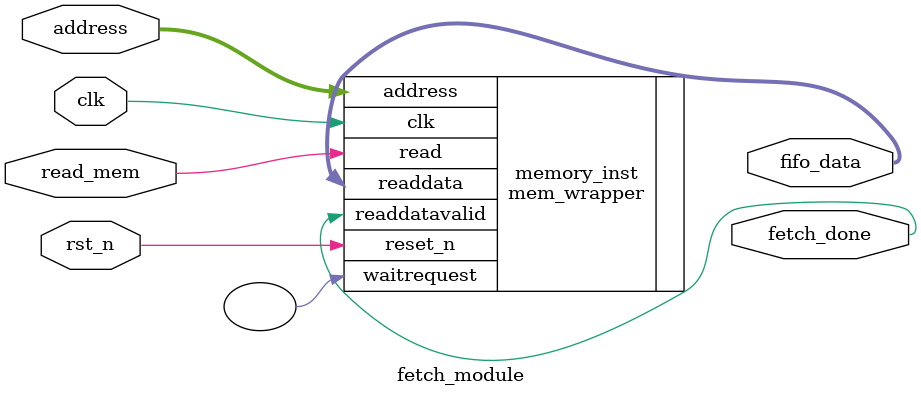
<source format=sv>
module fetch_module #(
    parameter DATA_WIDTH = 8,         // Data width for the memory and FIFO
    parameter ADDR_WIDTH = 32         // Address width for memory
)(
    input clk,                        // Clock signal
    input rst_n,                      // Active low reset
    input read_mem,                   // Trigger to start reading from memory
    input [ADDR_WIDTH-1:0] address,   // Address for the memory read
    output reg [DATA_WIDTH-1:0] fifo_data, // Data to output for FIFO
    output fetch_done                 // Indicates fetch operation completion
);

    // Memory instantiation (assuming the use of your memory module in memory.v)
    mem_wrapper memory_inst (
        .clk(clk),
        .reset_n(rst_n),
        .address(address),            // Address input for reading from memory
        .read(read_mem),              // Read signal to trigger memory read
        .readdata(fifo_data),         // Output data fetched from memory
        .readdatavalid(fetch_done),   // Signal when data is valid
        .waitrequest()                // Waitrequest (not used in this example)
    );

endmodule
</source>
